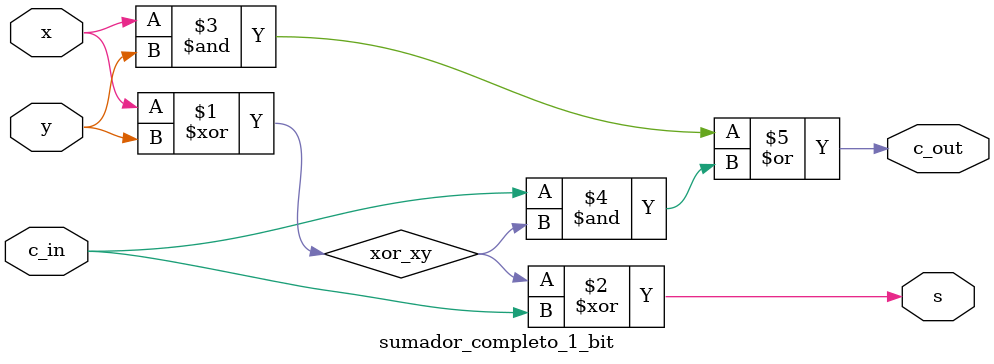
<source format=v>
module sumador_completo_1_bit (
    input wire x,
    input wire y,
    input wire c_in,
    output wire s,
    output wire c_out
);

wire xor_xy;

assign xor_xy = x ^ y;
assign s = xor_xy ^ c_in;
assign c_out = (x & y) | (c_in & xor_xy);
    
endmodule
</source>
